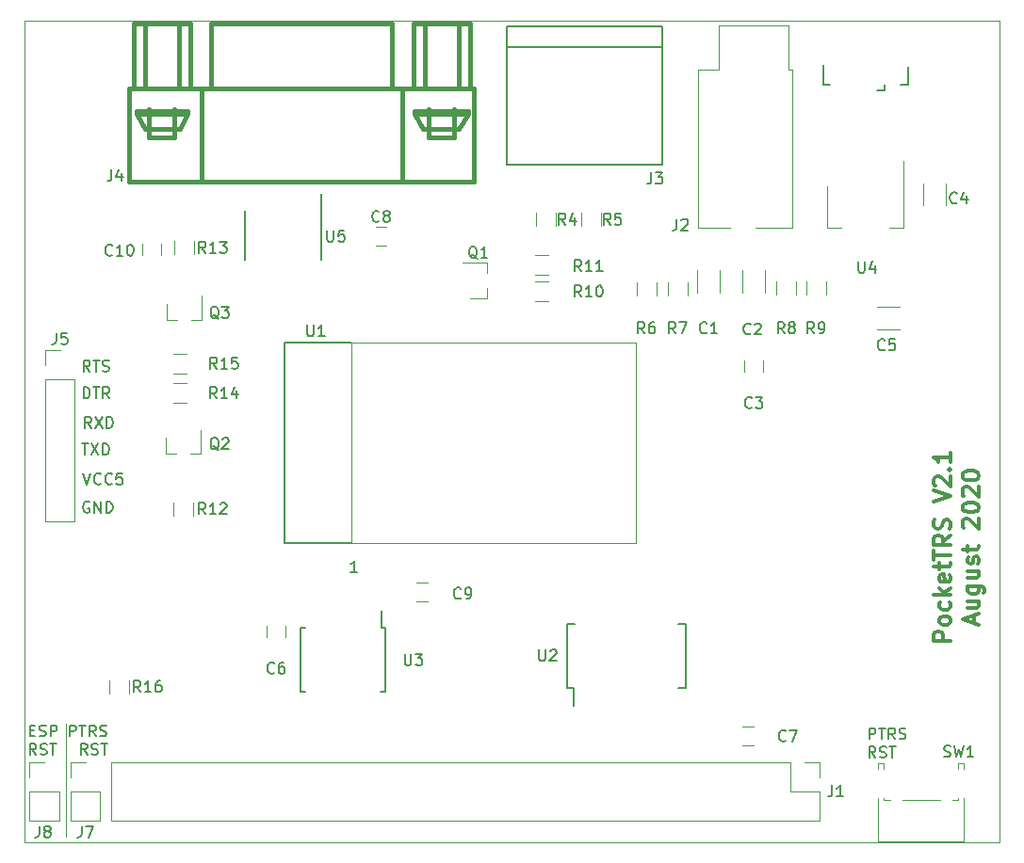
<source format=gbr>
G04 #@! TF.GenerationSoftware,KiCad,Pcbnew,(5.1.5)-3*
G04 #@! TF.CreationDate,2020-08-30T17:46:18+12:00*
G04 #@! TF.ProjectId,PocketTRS,506f636b-6574-4545-9253-2e6b69636164,rev?*
G04 #@! TF.SameCoordinates,Original*
G04 #@! TF.FileFunction,Legend,Top*
G04 #@! TF.FilePolarity,Positive*
%FSLAX46Y46*%
G04 Gerber Fmt 4.6, Leading zero omitted, Abs format (unit mm)*
G04 Created by KiCad (PCBNEW (5.1.5)-3) date 2020-08-30 17:46:18*
%MOMM*%
%LPD*%
G04 APERTURE LIST*
%ADD10C,0.150000*%
%ADD11C,0.050000*%
%ADD12C,0.300000*%
%ADD13C,0.120000*%
%ADD14C,0.381000*%
G04 APERTURE END LIST*
D10*
X194976714Y-111577380D02*
X194405285Y-111577380D01*
X194691000Y-111577380D02*
X194691000Y-110577380D01*
X194595761Y-110720238D01*
X194500523Y-110815476D01*
X194405285Y-110863095D01*
D11*
X252730000Y-64770000D02*
X252730000Y-61976000D01*
X165100000Y-61976000D02*
X165100000Y-64770000D01*
D12*
X248323571Y-117775571D02*
X246823571Y-117775571D01*
X246823571Y-117204142D01*
X246895000Y-117061285D01*
X246966428Y-116989857D01*
X247109285Y-116918428D01*
X247323571Y-116918428D01*
X247466428Y-116989857D01*
X247537857Y-117061285D01*
X247609285Y-117204142D01*
X247609285Y-117775571D01*
X248323571Y-116061285D02*
X248252142Y-116204142D01*
X248180714Y-116275571D01*
X248037857Y-116347000D01*
X247609285Y-116347000D01*
X247466428Y-116275571D01*
X247395000Y-116204142D01*
X247323571Y-116061285D01*
X247323571Y-115847000D01*
X247395000Y-115704142D01*
X247466428Y-115632714D01*
X247609285Y-115561285D01*
X248037857Y-115561285D01*
X248180714Y-115632714D01*
X248252142Y-115704142D01*
X248323571Y-115847000D01*
X248323571Y-116061285D01*
X248252142Y-114275571D02*
X248323571Y-114418428D01*
X248323571Y-114704142D01*
X248252142Y-114847000D01*
X248180714Y-114918428D01*
X248037857Y-114989857D01*
X247609285Y-114989857D01*
X247466428Y-114918428D01*
X247395000Y-114847000D01*
X247323571Y-114704142D01*
X247323571Y-114418428D01*
X247395000Y-114275571D01*
X248323571Y-113632714D02*
X246823571Y-113632714D01*
X247752142Y-113489857D02*
X248323571Y-113061285D01*
X247323571Y-113061285D02*
X247895000Y-113632714D01*
X248252142Y-111847000D02*
X248323571Y-111989857D01*
X248323571Y-112275571D01*
X248252142Y-112418428D01*
X248109285Y-112489857D01*
X247537857Y-112489857D01*
X247395000Y-112418428D01*
X247323571Y-112275571D01*
X247323571Y-111989857D01*
X247395000Y-111847000D01*
X247537857Y-111775571D01*
X247680714Y-111775571D01*
X247823571Y-112489857D01*
X247323571Y-111347000D02*
X247323571Y-110775571D01*
X246823571Y-111132714D02*
X248109285Y-111132714D01*
X248252142Y-111061285D01*
X248323571Y-110918428D01*
X248323571Y-110775571D01*
X246823571Y-110489857D02*
X246823571Y-109632714D01*
X248323571Y-110061285D02*
X246823571Y-110061285D01*
X248323571Y-108275571D02*
X247609285Y-108775571D01*
X248323571Y-109132714D02*
X246823571Y-109132714D01*
X246823571Y-108561285D01*
X246895000Y-108418428D01*
X246966428Y-108347000D01*
X247109285Y-108275571D01*
X247323571Y-108275571D01*
X247466428Y-108347000D01*
X247537857Y-108418428D01*
X247609285Y-108561285D01*
X247609285Y-109132714D01*
X248252142Y-107704142D02*
X248323571Y-107489857D01*
X248323571Y-107132714D01*
X248252142Y-106989857D01*
X248180714Y-106918428D01*
X248037857Y-106847000D01*
X247895000Y-106847000D01*
X247752142Y-106918428D01*
X247680714Y-106989857D01*
X247609285Y-107132714D01*
X247537857Y-107418428D01*
X247466428Y-107561285D01*
X247395000Y-107632714D01*
X247252142Y-107704142D01*
X247109285Y-107704142D01*
X246966428Y-107632714D01*
X246895000Y-107561285D01*
X246823571Y-107418428D01*
X246823571Y-107061285D01*
X246895000Y-106847000D01*
X246823571Y-105275571D02*
X248323571Y-104775571D01*
X246823571Y-104275571D01*
X246966428Y-103847000D02*
X246895000Y-103775571D01*
X246823571Y-103632714D01*
X246823571Y-103275571D01*
X246895000Y-103132714D01*
X246966428Y-103061285D01*
X247109285Y-102989857D01*
X247252142Y-102989857D01*
X247466428Y-103061285D01*
X248323571Y-103918428D01*
X248323571Y-102989857D01*
X248180714Y-102347000D02*
X248252142Y-102275571D01*
X248323571Y-102347000D01*
X248252142Y-102418428D01*
X248180714Y-102347000D01*
X248323571Y-102347000D01*
X248323571Y-100847000D02*
X248323571Y-101704142D01*
X248323571Y-101275571D02*
X246823571Y-101275571D01*
X247037857Y-101418428D01*
X247180714Y-101561285D01*
X247252142Y-101704142D01*
X250445000Y-116204142D02*
X250445000Y-115489857D01*
X250873571Y-116347000D02*
X249373571Y-115847000D01*
X250873571Y-115347000D01*
X249873571Y-114204142D02*
X250873571Y-114204142D01*
X249873571Y-114847000D02*
X250659285Y-114847000D01*
X250802142Y-114775571D01*
X250873571Y-114632714D01*
X250873571Y-114418428D01*
X250802142Y-114275571D01*
X250730714Y-114204142D01*
X249873571Y-112847000D02*
X251087857Y-112847000D01*
X251230714Y-112918428D01*
X251302142Y-112989857D01*
X251373571Y-113132714D01*
X251373571Y-113347000D01*
X251302142Y-113489857D01*
X250802142Y-112847000D02*
X250873571Y-112989857D01*
X250873571Y-113275571D01*
X250802142Y-113418428D01*
X250730714Y-113489857D01*
X250587857Y-113561285D01*
X250159285Y-113561285D01*
X250016428Y-113489857D01*
X249945000Y-113418428D01*
X249873571Y-113275571D01*
X249873571Y-112989857D01*
X249945000Y-112847000D01*
X249873571Y-111489857D02*
X250873571Y-111489857D01*
X249873571Y-112132714D02*
X250659285Y-112132714D01*
X250802142Y-112061285D01*
X250873571Y-111918428D01*
X250873571Y-111704142D01*
X250802142Y-111561285D01*
X250730714Y-111489857D01*
X250802142Y-110847000D02*
X250873571Y-110704142D01*
X250873571Y-110418428D01*
X250802142Y-110275571D01*
X250659285Y-110204142D01*
X250587857Y-110204142D01*
X250445000Y-110275571D01*
X250373571Y-110418428D01*
X250373571Y-110632714D01*
X250302142Y-110775571D01*
X250159285Y-110847000D01*
X250087857Y-110847000D01*
X249945000Y-110775571D01*
X249873571Y-110632714D01*
X249873571Y-110418428D01*
X249945000Y-110275571D01*
X249873571Y-109775571D02*
X249873571Y-109204142D01*
X249373571Y-109561285D02*
X250659285Y-109561285D01*
X250802142Y-109489857D01*
X250873571Y-109347000D01*
X250873571Y-109204142D01*
X249516428Y-107632714D02*
X249445000Y-107561285D01*
X249373571Y-107418428D01*
X249373571Y-107061285D01*
X249445000Y-106918428D01*
X249516428Y-106847000D01*
X249659285Y-106775571D01*
X249802142Y-106775571D01*
X250016428Y-106847000D01*
X250873571Y-107704142D01*
X250873571Y-106775571D01*
X249373571Y-105847000D02*
X249373571Y-105704142D01*
X249445000Y-105561285D01*
X249516428Y-105489857D01*
X249659285Y-105418428D01*
X249945000Y-105347000D01*
X250302142Y-105347000D01*
X250587857Y-105418428D01*
X250730714Y-105489857D01*
X250802142Y-105561285D01*
X250873571Y-105704142D01*
X250873571Y-105847000D01*
X250802142Y-105989857D01*
X250730714Y-106061285D01*
X250587857Y-106132714D01*
X250302142Y-106204142D01*
X249945000Y-106204142D01*
X249659285Y-106132714D01*
X249516428Y-106061285D01*
X249445000Y-105989857D01*
X249373571Y-105847000D01*
X249516428Y-104775571D02*
X249445000Y-104704142D01*
X249373571Y-104561285D01*
X249373571Y-104204142D01*
X249445000Y-104061285D01*
X249516428Y-103989857D01*
X249659285Y-103918428D01*
X249802142Y-103918428D01*
X250016428Y-103989857D01*
X250873571Y-104847000D01*
X250873571Y-103918428D01*
X249373571Y-102989857D02*
X249373571Y-102847000D01*
X249445000Y-102704142D01*
X249516428Y-102632714D01*
X249659285Y-102561285D01*
X249945000Y-102489857D01*
X250302142Y-102489857D01*
X250587857Y-102561285D01*
X250730714Y-102632714D01*
X250802142Y-102704142D01*
X250873571Y-102847000D01*
X250873571Y-102989857D01*
X250802142Y-103132714D01*
X250730714Y-103204142D01*
X250587857Y-103275571D01*
X250302142Y-103347000D01*
X249945000Y-103347000D01*
X249659285Y-103275571D01*
X249516428Y-103204142D01*
X249445000Y-103132714D01*
X249373571Y-102989857D01*
D11*
X252730000Y-135890000D02*
X165100000Y-135890000D01*
X252730000Y-64770000D02*
X252730000Y-135890000D01*
D10*
X170372738Y-102703380D02*
X170706071Y-103703380D01*
X171039404Y-102703380D01*
X171944166Y-103608142D02*
X171896547Y-103655761D01*
X171753690Y-103703380D01*
X171658452Y-103703380D01*
X171515595Y-103655761D01*
X171420357Y-103560523D01*
X171372738Y-103465285D01*
X171325119Y-103274809D01*
X171325119Y-103131952D01*
X171372738Y-102941476D01*
X171420357Y-102846238D01*
X171515595Y-102751000D01*
X171658452Y-102703380D01*
X171753690Y-102703380D01*
X171896547Y-102751000D01*
X171944166Y-102798619D01*
X172944166Y-103608142D02*
X172896547Y-103655761D01*
X172753690Y-103703380D01*
X172658452Y-103703380D01*
X172515595Y-103655761D01*
X172420357Y-103560523D01*
X172372738Y-103465285D01*
X172325119Y-103274809D01*
X172325119Y-103131952D01*
X172372738Y-102941476D01*
X172420357Y-102846238D01*
X172515595Y-102751000D01*
X172658452Y-102703380D01*
X172753690Y-102703380D01*
X172896547Y-102751000D01*
X172944166Y-102798619D01*
X173848928Y-102703380D02*
X173372738Y-102703380D01*
X173325119Y-103179571D01*
X173372738Y-103131952D01*
X173467976Y-103084333D01*
X173706071Y-103084333D01*
X173801309Y-103131952D01*
X173848928Y-103179571D01*
X173896547Y-103274809D01*
X173896547Y-103512904D01*
X173848928Y-103608142D01*
X173801309Y-103655761D01*
X173706071Y-103703380D01*
X173467976Y-103703380D01*
X173372738Y-103655761D01*
X173325119Y-103608142D01*
X170245738Y-100036380D02*
X170817166Y-100036380D01*
X170531452Y-101036380D02*
X170531452Y-100036380D01*
X171055261Y-100036380D02*
X171721928Y-101036380D01*
X171721928Y-100036380D02*
X171055261Y-101036380D01*
X172102880Y-101036380D02*
X172102880Y-100036380D01*
X172340976Y-100036380D01*
X172483833Y-100084000D01*
X172579071Y-100179238D01*
X172626690Y-100274476D01*
X172674309Y-100464952D01*
X172674309Y-100607809D01*
X172626690Y-100798285D01*
X172579071Y-100893523D01*
X172483833Y-100988761D01*
X172340976Y-101036380D01*
X172102880Y-101036380D01*
X171087023Y-98623380D02*
X170753690Y-98147190D01*
X170515595Y-98623380D02*
X170515595Y-97623380D01*
X170896547Y-97623380D01*
X170991785Y-97671000D01*
X171039404Y-97718619D01*
X171087023Y-97813857D01*
X171087023Y-97956714D01*
X171039404Y-98051952D01*
X170991785Y-98099571D01*
X170896547Y-98147190D01*
X170515595Y-98147190D01*
X171420357Y-97623380D02*
X172087023Y-98623380D01*
X172087023Y-97623380D02*
X171420357Y-98623380D01*
X172467976Y-98623380D02*
X172467976Y-97623380D01*
X172706071Y-97623380D01*
X172848928Y-97671000D01*
X172944166Y-97766238D01*
X172991785Y-97861476D01*
X173039404Y-98051952D01*
X173039404Y-98194809D01*
X172991785Y-98385285D01*
X172944166Y-98480523D01*
X172848928Y-98575761D01*
X172706071Y-98623380D01*
X172467976Y-98623380D01*
X170912404Y-105291000D02*
X170817166Y-105243380D01*
X170674309Y-105243380D01*
X170531452Y-105291000D01*
X170436214Y-105386238D01*
X170388595Y-105481476D01*
X170340976Y-105671952D01*
X170340976Y-105814809D01*
X170388595Y-106005285D01*
X170436214Y-106100523D01*
X170531452Y-106195761D01*
X170674309Y-106243380D01*
X170769547Y-106243380D01*
X170912404Y-106195761D01*
X170960023Y-106148142D01*
X170960023Y-105814809D01*
X170769547Y-105814809D01*
X171388595Y-106243380D02*
X171388595Y-105243380D01*
X171960023Y-106243380D01*
X171960023Y-105243380D01*
X172436214Y-106243380D02*
X172436214Y-105243380D01*
X172674309Y-105243380D01*
X172817166Y-105291000D01*
X172912404Y-105386238D01*
X172960023Y-105481476D01*
X173007642Y-105671952D01*
X173007642Y-105814809D01*
X172960023Y-106005285D01*
X172912404Y-106100523D01*
X172817166Y-106195761D01*
X172674309Y-106243380D01*
X172436214Y-106243380D01*
X170388595Y-95956380D02*
X170388595Y-94956380D01*
X170626690Y-94956380D01*
X170769547Y-95004000D01*
X170864785Y-95099238D01*
X170912404Y-95194476D01*
X170960023Y-95384952D01*
X170960023Y-95527809D01*
X170912404Y-95718285D01*
X170864785Y-95813523D01*
X170769547Y-95908761D01*
X170626690Y-95956380D01*
X170388595Y-95956380D01*
X171245738Y-94956380D02*
X171817166Y-94956380D01*
X171531452Y-95956380D02*
X171531452Y-94956380D01*
X172721928Y-95956380D02*
X172388595Y-95480190D01*
X172150500Y-95956380D02*
X172150500Y-94956380D01*
X172531452Y-94956380D01*
X172626690Y-95004000D01*
X172674309Y-95051619D01*
X172721928Y-95146857D01*
X172721928Y-95289714D01*
X172674309Y-95384952D01*
X172626690Y-95432571D01*
X172531452Y-95480190D01*
X172150500Y-95480190D01*
X170960023Y-93543380D02*
X170626690Y-93067190D01*
X170388595Y-93543380D02*
X170388595Y-92543380D01*
X170769547Y-92543380D01*
X170864785Y-92591000D01*
X170912404Y-92638619D01*
X170960023Y-92733857D01*
X170960023Y-92876714D01*
X170912404Y-92971952D01*
X170864785Y-93019571D01*
X170769547Y-93067190D01*
X170388595Y-93067190D01*
X171245738Y-92543380D02*
X171817166Y-92543380D01*
X171531452Y-93543380D02*
X171531452Y-92543380D01*
X172102880Y-93495761D02*
X172245738Y-93543380D01*
X172483833Y-93543380D01*
X172579071Y-93495761D01*
X172626690Y-93448142D01*
X172674309Y-93352904D01*
X172674309Y-93257666D01*
X172626690Y-93162428D01*
X172579071Y-93114809D01*
X172483833Y-93067190D01*
X172293357Y-93019571D01*
X172198119Y-92971952D01*
X172150500Y-92924333D01*
X172102880Y-92829095D01*
X172102880Y-92733857D01*
X172150500Y-92638619D01*
X172198119Y-92591000D01*
X172293357Y-92543380D01*
X172531452Y-92543380D01*
X172674309Y-92591000D01*
D13*
X168783000Y-125222000D02*
X168783000Y-135382000D01*
D10*
X169146309Y-126373380D02*
X169146309Y-125373380D01*
X169527261Y-125373380D01*
X169622500Y-125421000D01*
X169670119Y-125468619D01*
X169717738Y-125563857D01*
X169717738Y-125706714D01*
X169670119Y-125801952D01*
X169622500Y-125849571D01*
X169527261Y-125897190D01*
X169146309Y-125897190D01*
X170003452Y-125373380D02*
X170574880Y-125373380D01*
X170289166Y-126373380D02*
X170289166Y-125373380D01*
X171479642Y-126373380D02*
X171146309Y-125897190D01*
X170908214Y-126373380D02*
X170908214Y-125373380D01*
X171289166Y-125373380D01*
X171384404Y-125421000D01*
X171432023Y-125468619D01*
X171479642Y-125563857D01*
X171479642Y-125706714D01*
X171432023Y-125801952D01*
X171384404Y-125849571D01*
X171289166Y-125897190D01*
X170908214Y-125897190D01*
X171860595Y-126325761D02*
X172003452Y-126373380D01*
X172241547Y-126373380D01*
X172336785Y-126325761D01*
X172384404Y-126278142D01*
X172432023Y-126182904D01*
X172432023Y-126087666D01*
X172384404Y-125992428D01*
X172336785Y-125944809D01*
X172241547Y-125897190D01*
X172051071Y-125849571D01*
X171955833Y-125801952D01*
X171908214Y-125754333D01*
X171860595Y-125659095D01*
X171860595Y-125563857D01*
X171908214Y-125468619D01*
X171955833Y-125421000D01*
X172051071Y-125373380D01*
X172289166Y-125373380D01*
X172432023Y-125421000D01*
X170717738Y-128023380D02*
X170384404Y-127547190D01*
X170146309Y-128023380D02*
X170146309Y-127023380D01*
X170527261Y-127023380D01*
X170622500Y-127071000D01*
X170670119Y-127118619D01*
X170717738Y-127213857D01*
X170717738Y-127356714D01*
X170670119Y-127451952D01*
X170622500Y-127499571D01*
X170527261Y-127547190D01*
X170146309Y-127547190D01*
X171098690Y-127975761D02*
X171241547Y-128023380D01*
X171479642Y-128023380D01*
X171574880Y-127975761D01*
X171622500Y-127928142D01*
X171670119Y-127832904D01*
X171670119Y-127737666D01*
X171622500Y-127642428D01*
X171574880Y-127594809D01*
X171479642Y-127547190D01*
X171289166Y-127499571D01*
X171193928Y-127451952D01*
X171146309Y-127404333D01*
X171098690Y-127309095D01*
X171098690Y-127213857D01*
X171146309Y-127118619D01*
X171193928Y-127071000D01*
X171289166Y-127023380D01*
X171527261Y-127023380D01*
X171670119Y-127071000D01*
X171955833Y-127023380D02*
X172527261Y-127023380D01*
X172241547Y-128023380D02*
X172241547Y-127023380D01*
X165562595Y-125849571D02*
X165895928Y-125849571D01*
X166038785Y-126373380D02*
X165562595Y-126373380D01*
X165562595Y-125373380D01*
X166038785Y-125373380D01*
X166419738Y-126325761D02*
X166562595Y-126373380D01*
X166800690Y-126373380D01*
X166895928Y-126325761D01*
X166943547Y-126278142D01*
X166991166Y-126182904D01*
X166991166Y-126087666D01*
X166943547Y-125992428D01*
X166895928Y-125944809D01*
X166800690Y-125897190D01*
X166610214Y-125849571D01*
X166514976Y-125801952D01*
X166467357Y-125754333D01*
X166419738Y-125659095D01*
X166419738Y-125563857D01*
X166467357Y-125468619D01*
X166514976Y-125421000D01*
X166610214Y-125373380D01*
X166848309Y-125373380D01*
X166991166Y-125421000D01*
X167419738Y-126373380D02*
X167419738Y-125373380D01*
X167800690Y-125373380D01*
X167895928Y-125421000D01*
X167943547Y-125468619D01*
X167991166Y-125563857D01*
X167991166Y-125706714D01*
X167943547Y-125801952D01*
X167895928Y-125849571D01*
X167800690Y-125897190D01*
X167419738Y-125897190D01*
X166134023Y-128023380D02*
X165800690Y-127547190D01*
X165562595Y-128023380D02*
X165562595Y-127023380D01*
X165943547Y-127023380D01*
X166038785Y-127071000D01*
X166086404Y-127118619D01*
X166134023Y-127213857D01*
X166134023Y-127356714D01*
X166086404Y-127451952D01*
X166038785Y-127499571D01*
X165943547Y-127547190D01*
X165562595Y-127547190D01*
X166514976Y-127975761D02*
X166657833Y-128023380D01*
X166895928Y-128023380D01*
X166991166Y-127975761D01*
X167038785Y-127928142D01*
X167086404Y-127832904D01*
X167086404Y-127737666D01*
X167038785Y-127642428D01*
X166991166Y-127594809D01*
X166895928Y-127547190D01*
X166705452Y-127499571D01*
X166610214Y-127451952D01*
X166562595Y-127404333D01*
X166514976Y-127309095D01*
X166514976Y-127213857D01*
X166562595Y-127118619D01*
X166610214Y-127071000D01*
X166705452Y-127023380D01*
X166943547Y-127023380D01*
X167086404Y-127071000D01*
X167372119Y-127023380D02*
X167943547Y-127023380D01*
X167657833Y-128023380D02*
X167657833Y-127023380D01*
X241000595Y-126627380D02*
X241000595Y-125627380D01*
X241381547Y-125627380D01*
X241476785Y-125675000D01*
X241524404Y-125722619D01*
X241572023Y-125817857D01*
X241572023Y-125960714D01*
X241524404Y-126055952D01*
X241476785Y-126103571D01*
X241381547Y-126151190D01*
X241000595Y-126151190D01*
X241857738Y-125627380D02*
X242429166Y-125627380D01*
X242143452Y-126627380D02*
X242143452Y-125627380D01*
X243333928Y-126627380D02*
X243000595Y-126151190D01*
X242762500Y-126627380D02*
X242762500Y-125627380D01*
X243143452Y-125627380D01*
X243238690Y-125675000D01*
X243286309Y-125722619D01*
X243333928Y-125817857D01*
X243333928Y-125960714D01*
X243286309Y-126055952D01*
X243238690Y-126103571D01*
X243143452Y-126151190D01*
X242762500Y-126151190D01*
X243714880Y-126579761D02*
X243857738Y-126627380D01*
X244095833Y-126627380D01*
X244191071Y-126579761D01*
X244238690Y-126532142D01*
X244286309Y-126436904D01*
X244286309Y-126341666D01*
X244238690Y-126246428D01*
X244191071Y-126198809D01*
X244095833Y-126151190D01*
X243905357Y-126103571D01*
X243810119Y-126055952D01*
X243762500Y-126008333D01*
X243714880Y-125913095D01*
X243714880Y-125817857D01*
X243762500Y-125722619D01*
X243810119Y-125675000D01*
X243905357Y-125627380D01*
X244143452Y-125627380D01*
X244286309Y-125675000D01*
X241572023Y-128277380D02*
X241238690Y-127801190D01*
X241000595Y-128277380D02*
X241000595Y-127277380D01*
X241381547Y-127277380D01*
X241476785Y-127325000D01*
X241524404Y-127372619D01*
X241572023Y-127467857D01*
X241572023Y-127610714D01*
X241524404Y-127705952D01*
X241476785Y-127753571D01*
X241381547Y-127801190D01*
X241000595Y-127801190D01*
X241952976Y-128229761D02*
X242095833Y-128277380D01*
X242333928Y-128277380D01*
X242429166Y-128229761D01*
X242476785Y-128182142D01*
X242524404Y-128086904D01*
X242524404Y-127991666D01*
X242476785Y-127896428D01*
X242429166Y-127848809D01*
X242333928Y-127801190D01*
X242143452Y-127753571D01*
X242048214Y-127705952D01*
X242000595Y-127658333D01*
X241952976Y-127563095D01*
X241952976Y-127467857D01*
X242000595Y-127372619D01*
X242048214Y-127325000D01*
X242143452Y-127277380D01*
X242381547Y-127277380D01*
X242524404Y-127325000D01*
X242810119Y-127277380D02*
X243381547Y-127277380D01*
X243095833Y-128277380D02*
X243095833Y-127277380D01*
D11*
X165100000Y-135890000D02*
X165100000Y-64770000D01*
X165100000Y-61976000D02*
X252730000Y-61976000D01*
D14*
X205486000Y-68072000D02*
X174498000Y-68072000D01*
X181864000Y-62230000D02*
X181864000Y-68072000D01*
X198120000Y-62230000D02*
X181864000Y-62230000D01*
X198120000Y-68072000D02*
X198120000Y-62230000D01*
X205105000Y-62230000D02*
X200025000Y-62230000D01*
X205105000Y-68072000D02*
X205105000Y-62230000D01*
X174879000Y-62230000D02*
X174879000Y-67945000D01*
X179959000Y-62230000D02*
X174879000Y-62230000D01*
X179959000Y-68072000D02*
X179959000Y-62230000D01*
X178943000Y-68072000D02*
X178943000Y-62230000D01*
X175895000Y-68072000D02*
X175895000Y-62230000D01*
X204089000Y-68072000D02*
X204089000Y-62230000D01*
X201041000Y-68072000D02*
X201041000Y-62230000D01*
X201422000Y-72517000D02*
X201422000Y-69977000D01*
X203708000Y-72517000D02*
X201422000Y-72517000D01*
X203708000Y-69977000D02*
X203708000Y-72517000D01*
X176276000Y-72517000D02*
X176276000Y-69977000D01*
X178562000Y-72517000D02*
X176276000Y-72517000D01*
X178562000Y-69977000D02*
X178562000Y-72517000D01*
X200152000Y-70104000D02*
X200152000Y-70358000D01*
X204978000Y-70104000D02*
X200152000Y-70104000D01*
X204978000Y-70358000D02*
X204978000Y-70104000D01*
X200152000Y-70358000D02*
X204978000Y-70358000D01*
X175133000Y-70104000D02*
X175133000Y-70358000D01*
X179705000Y-70104000D02*
X175133000Y-70104000D01*
X179705000Y-70358000D02*
X179705000Y-70104000D01*
X175133000Y-70358000D02*
X179705000Y-70358000D01*
X204089000Y-71755000D02*
X200914000Y-71755000D01*
X179070000Y-71755000D02*
X175895000Y-71755000D01*
X179070000Y-71755000D02*
X179705000Y-70358000D01*
X175895000Y-71755000D02*
X175133000Y-70358000D01*
X180975000Y-68097400D02*
X180975000Y-76454000D01*
X174498000Y-76454000D02*
X205486000Y-76454000D01*
X174498000Y-76454000D02*
X174498000Y-68072000D01*
X205486000Y-68072000D02*
X205486000Y-76454000D01*
X199009000Y-76454000D02*
X199009000Y-68097400D01*
X204089000Y-71755000D02*
X204978000Y-70358000D01*
X200914000Y-71755000D02*
X200152000Y-70358000D01*
X200025000Y-68072000D02*
X200025000Y-62230000D01*
D10*
X244465000Y-67770000D02*
X243865000Y-67770000D01*
X244465000Y-66170000D02*
X244465000Y-67770000D01*
X236865000Y-67770000D02*
X237465000Y-67770000D01*
X236865000Y-65970000D02*
X236865000Y-67770000D01*
X242365000Y-68270000D02*
X242365000Y-67770000D01*
X241665000Y-68270000D02*
X242365000Y-68270000D01*
X188468000Y-90932000D02*
X188468000Y-108966000D01*
X194437000Y-90932000D02*
X188468000Y-90932000D01*
X194437000Y-108966000D02*
X188468000Y-108966000D01*
D11*
X220022000Y-108949000D02*
X194492000Y-108949000D01*
X194492000Y-108949000D02*
X194492000Y-90949000D01*
X194492000Y-90949000D02*
X220022000Y-90949000D01*
X220022000Y-90949000D02*
X220022000Y-108949000D01*
D13*
X236534000Y-128718000D02*
X236534000Y-130048000D01*
X235204000Y-128718000D02*
X236534000Y-128718000D01*
X236534000Y-131318000D02*
X236534000Y-133918000D01*
X233934000Y-131318000D02*
X236534000Y-131318000D01*
X233934000Y-128718000D02*
X233934000Y-131318000D01*
X236534000Y-133918000D02*
X172914000Y-133918000D01*
X233934000Y-128718000D02*
X172914000Y-128718000D01*
X172914000Y-128718000D02*
X172914000Y-133918000D01*
X166945000Y-91634000D02*
X168275000Y-91634000D01*
X166945000Y-92964000D02*
X166945000Y-91634000D01*
X166945000Y-94234000D02*
X169605000Y-94234000D01*
X169605000Y-94234000D02*
X169605000Y-106994000D01*
X166945000Y-94234000D02*
X166945000Y-106994000D01*
X166945000Y-106994000D02*
X169605000Y-106994000D01*
X169231000Y-128718000D02*
X170561000Y-128718000D01*
X169231000Y-130048000D02*
X169231000Y-128718000D01*
X169231000Y-131318000D02*
X171891000Y-131318000D01*
X171891000Y-131318000D02*
X171891000Y-133918000D01*
X169231000Y-131318000D02*
X169231000Y-133918000D01*
X169231000Y-133918000D02*
X171891000Y-133918000D01*
X165548000Y-133918000D02*
X168208000Y-133918000D01*
X165548000Y-131318000D02*
X165548000Y-133918000D01*
X168208000Y-131318000D02*
X168208000Y-133918000D01*
X165548000Y-131318000D02*
X168208000Y-131318000D01*
X165548000Y-130048000D02*
X165548000Y-128718000D01*
X165548000Y-128718000D02*
X166878000Y-128718000D01*
X244075000Y-74640000D02*
X244075000Y-80650000D01*
X237255000Y-76890000D02*
X237255000Y-80650000D01*
X244075000Y-80650000D02*
X242815000Y-80650000D01*
X237255000Y-80650000D02*
X238515000Y-80650000D01*
X247354000Y-132126000D02*
X243954000Y-132126000D01*
X248994000Y-132126000D02*
X248454000Y-132126000D01*
X241794000Y-129296000D02*
X241794000Y-128786000D01*
X242314000Y-128786000D02*
X241794000Y-128786000D01*
X242314000Y-129296000D02*
X242314000Y-128786000D01*
X242854000Y-132126000D02*
X242314000Y-132126000D01*
X249514000Y-129296000D02*
X249514000Y-128786000D01*
X248994000Y-129296000D02*
X248994000Y-128786000D01*
X242314000Y-132126000D02*
X242314000Y-131896000D01*
X249514000Y-135796000D02*
X249514000Y-131896000D01*
X249514000Y-128786000D02*
X248994000Y-128786000D01*
X241794000Y-135796000D02*
X241794000Y-131896000D01*
X249514000Y-135796000D02*
X241794000Y-135796000D01*
X248994000Y-132126000D02*
X248994000Y-131896000D01*
X228493000Y-80611000D02*
X225623000Y-80611000D01*
X225623000Y-80611000D02*
X225623000Y-66371000D01*
X225623000Y-66371000D02*
X227523000Y-66371000D01*
X227523000Y-66371000D02*
X227523000Y-62371000D01*
X227523000Y-62371000D02*
X233763000Y-62371000D01*
X233763000Y-62371000D02*
X233763000Y-66371000D01*
X233763000Y-66371000D02*
X234063000Y-66371000D01*
X234063000Y-66371000D02*
X234063000Y-80611000D01*
X234063000Y-80611000D02*
X230743000Y-80611000D01*
D10*
X208392000Y-62457000D02*
X208392000Y-74957000D01*
X208392000Y-74957000D02*
X222392000Y-74957000D01*
X222392000Y-74957000D02*
X222392000Y-62457000D01*
X222392000Y-62457000D02*
X208392000Y-62457000D01*
X208392000Y-64357000D02*
X222392000Y-64357000D01*
D13*
X225548000Y-84439000D02*
X225548000Y-86439000D01*
X227588000Y-86439000D02*
X227588000Y-84439000D01*
X229612000Y-84439000D02*
X229612000Y-86439000D01*
X231652000Y-86439000D02*
X231652000Y-84439000D01*
X231482000Y-93591000D02*
X231482000Y-92591000D01*
X229782000Y-92591000D02*
X229782000Y-93591000D01*
X245868000Y-76597000D02*
X245868000Y-78597000D01*
X247908000Y-78597000D02*
X247908000Y-76597000D01*
X241729000Y-89793000D02*
X243729000Y-89793000D01*
X243729000Y-87753000D02*
X241729000Y-87753000D01*
X186856000Y-116467000D02*
X186856000Y-117467000D01*
X188556000Y-117467000D02*
X188556000Y-116467000D01*
X229624000Y-127215000D02*
X230624000Y-127215000D01*
X230624000Y-125515000D02*
X229624000Y-125515000D01*
X197624000Y-80557000D02*
X196624000Y-80557000D01*
X196624000Y-82257000D02*
X197624000Y-82257000D01*
X200287000Y-114261000D02*
X201287000Y-114261000D01*
X201287000Y-112561000D02*
X200287000Y-112561000D01*
X177380000Y-83050000D02*
X177380000Y-82050000D01*
X175680000Y-82050000D02*
X175680000Y-83050000D01*
X211083000Y-80483000D02*
X211083000Y-79283000D01*
X212843000Y-79283000D02*
X212843000Y-80483000D01*
X216907000Y-79283000D02*
X216907000Y-80483000D01*
X215147000Y-80483000D02*
X215147000Y-79283000D01*
X221860000Y-85506000D02*
X221860000Y-86706000D01*
X220100000Y-86706000D02*
X220100000Y-85506000D01*
X224654000Y-85506000D02*
X224654000Y-86706000D01*
X222894000Y-86706000D02*
X222894000Y-85506000D01*
X234433000Y-85459000D02*
X234433000Y-86659000D01*
X232673000Y-86659000D02*
X232673000Y-85459000D01*
X235340000Y-86659000D02*
X235340000Y-85459000D01*
X237100000Y-85459000D02*
X237100000Y-86659000D01*
X212182000Y-87240000D02*
X210982000Y-87240000D01*
X210982000Y-85480000D02*
X212182000Y-85480000D01*
X210982000Y-83067000D02*
X212182000Y-83067000D01*
X212182000Y-84827000D02*
X210982000Y-84827000D01*
X178444000Y-106518000D02*
X178444000Y-105318000D01*
X180204000Y-105318000D02*
X180204000Y-106518000D01*
X180331000Y-81823000D02*
X180331000Y-83023000D01*
X178571000Y-83023000D02*
X178571000Y-81823000D01*
X178423000Y-94624000D02*
X179623000Y-94624000D01*
X179623000Y-96384000D02*
X178423000Y-96384000D01*
X178423000Y-91957000D02*
X179623000Y-91957000D01*
X179623000Y-93717000D02*
X178423000Y-93717000D01*
X174489000Y-121320000D02*
X174489000Y-122520000D01*
X172729000Y-122520000D02*
X172729000Y-121320000D01*
D10*
X214452000Y-122001000D02*
X214452000Y-123601000D01*
X224527000Y-122001000D02*
X224527000Y-116251000D01*
X213877000Y-122001000D02*
X213877000Y-116251000D01*
X224527000Y-122001000D02*
X223877000Y-122001000D01*
X224527000Y-116251000D02*
X223877000Y-116251000D01*
X213877000Y-116251000D02*
X214527000Y-116251000D01*
X213877000Y-122001000D02*
X214452000Y-122001000D01*
X191791000Y-77530000D02*
X191791000Y-83505000D01*
X184891000Y-79055000D02*
X184891000Y-83505000D01*
D13*
X206627000Y-86924000D02*
X205167000Y-86924000D01*
X206627000Y-83764000D02*
X204467000Y-83764000D01*
X206627000Y-83764000D02*
X206627000Y-84694000D01*
X206627000Y-86924000D02*
X206627000Y-85994000D01*
X177744000Y-100963000D02*
X178674000Y-100963000D01*
X180904000Y-100963000D02*
X179974000Y-100963000D01*
X180904000Y-100963000D02*
X180904000Y-98803000D01*
X177744000Y-100963000D02*
X177744000Y-99503000D01*
X177871000Y-88898000D02*
X177871000Y-87438000D01*
X181031000Y-88898000D02*
X181031000Y-86738000D01*
X181031000Y-88898000D02*
X180101000Y-88898000D01*
X177871000Y-88898000D02*
X178801000Y-88898000D01*
D10*
X197150000Y-116632000D02*
X197150000Y-115032000D01*
X189850000Y-116632000D02*
X189850000Y-122382000D01*
X197500000Y-116632000D02*
X197500000Y-122382000D01*
X189850000Y-116632000D02*
X190300000Y-116632000D01*
X189850000Y-122382000D02*
X190300000Y-122382000D01*
X197500000Y-122382000D02*
X197050000Y-122382000D01*
X197500000Y-116632000D02*
X197150000Y-116632000D01*
X172894666Y-75398380D02*
X172894666Y-76112666D01*
X172847047Y-76255523D01*
X172751809Y-76350761D01*
X172608952Y-76398380D01*
X172513714Y-76398380D01*
X173799428Y-75731714D02*
X173799428Y-76398380D01*
X173561333Y-75350761D02*
X173323238Y-76065047D01*
X173942285Y-76065047D01*
X190500095Y-89368380D02*
X190500095Y-90177904D01*
X190547714Y-90273142D01*
X190595333Y-90320761D01*
X190690571Y-90368380D01*
X190881047Y-90368380D01*
X190976285Y-90320761D01*
X191023904Y-90273142D01*
X191071523Y-90177904D01*
X191071523Y-89368380D01*
X192071523Y-90368380D02*
X191500095Y-90368380D01*
X191785809Y-90368380D02*
X191785809Y-89368380D01*
X191690571Y-89511238D01*
X191595333Y-89606476D01*
X191500095Y-89654095D01*
X237664666Y-130770380D02*
X237664666Y-131484666D01*
X237617047Y-131627523D01*
X237521809Y-131722761D01*
X237378952Y-131770380D01*
X237283714Y-131770380D01*
X238664666Y-131770380D02*
X238093238Y-131770380D01*
X238378952Y-131770380D02*
X238378952Y-130770380D01*
X238283714Y-130913238D01*
X238188476Y-131008476D01*
X238093238Y-131056095D01*
X167941666Y-90086380D02*
X167941666Y-90800666D01*
X167894047Y-90943523D01*
X167798809Y-91038761D01*
X167655952Y-91086380D01*
X167560714Y-91086380D01*
X168894047Y-90086380D02*
X168417857Y-90086380D01*
X168370238Y-90562571D01*
X168417857Y-90514952D01*
X168513095Y-90467333D01*
X168751190Y-90467333D01*
X168846428Y-90514952D01*
X168894047Y-90562571D01*
X168941666Y-90657809D01*
X168941666Y-90895904D01*
X168894047Y-90991142D01*
X168846428Y-91038761D01*
X168751190Y-91086380D01*
X168513095Y-91086380D01*
X168417857Y-91038761D01*
X168370238Y-90991142D01*
X170227666Y-134453380D02*
X170227666Y-135167666D01*
X170180047Y-135310523D01*
X170084809Y-135405761D01*
X169941952Y-135453380D01*
X169846714Y-135453380D01*
X170608619Y-134453380D02*
X171275285Y-134453380D01*
X170846714Y-135453380D01*
X166417666Y-134453380D02*
X166417666Y-135167666D01*
X166370047Y-135310523D01*
X166274809Y-135405761D01*
X166131952Y-135453380D01*
X166036714Y-135453380D01*
X167036714Y-134881952D02*
X166941476Y-134834333D01*
X166893857Y-134786714D01*
X166846238Y-134691476D01*
X166846238Y-134643857D01*
X166893857Y-134548619D01*
X166941476Y-134501000D01*
X167036714Y-134453380D01*
X167227190Y-134453380D01*
X167322428Y-134501000D01*
X167370047Y-134548619D01*
X167417666Y-134643857D01*
X167417666Y-134691476D01*
X167370047Y-134786714D01*
X167322428Y-134834333D01*
X167227190Y-134881952D01*
X167036714Y-134881952D01*
X166941476Y-134929571D01*
X166893857Y-134977190D01*
X166846238Y-135072428D01*
X166846238Y-135262904D01*
X166893857Y-135358142D01*
X166941476Y-135405761D01*
X167036714Y-135453380D01*
X167227190Y-135453380D01*
X167322428Y-135405761D01*
X167370047Y-135358142D01*
X167417666Y-135262904D01*
X167417666Y-135072428D01*
X167370047Y-134977190D01*
X167322428Y-134929571D01*
X167227190Y-134881952D01*
X240030095Y-83653380D02*
X240030095Y-84462904D01*
X240077714Y-84558142D01*
X240125333Y-84605761D01*
X240220571Y-84653380D01*
X240411047Y-84653380D01*
X240506285Y-84605761D01*
X240553904Y-84558142D01*
X240601523Y-84462904D01*
X240601523Y-83653380D01*
X241506285Y-83986714D02*
X241506285Y-84653380D01*
X241268190Y-83605761D02*
X241030095Y-84320047D01*
X241649142Y-84320047D01*
X247713666Y-128166761D02*
X247856523Y-128214380D01*
X248094619Y-128214380D01*
X248189857Y-128166761D01*
X248237476Y-128119142D01*
X248285095Y-128023904D01*
X248285095Y-127928666D01*
X248237476Y-127833428D01*
X248189857Y-127785809D01*
X248094619Y-127738190D01*
X247904142Y-127690571D01*
X247808904Y-127642952D01*
X247761285Y-127595333D01*
X247713666Y-127500095D01*
X247713666Y-127404857D01*
X247761285Y-127309619D01*
X247808904Y-127262000D01*
X247904142Y-127214380D01*
X248142238Y-127214380D01*
X248285095Y-127262000D01*
X248618428Y-127214380D02*
X248856523Y-128214380D01*
X249047000Y-127500095D01*
X249237476Y-128214380D01*
X249475571Y-127214380D01*
X250380333Y-128214380D02*
X249808904Y-128214380D01*
X250094619Y-128214380D02*
X250094619Y-127214380D01*
X249999380Y-127357238D01*
X249904142Y-127452476D01*
X249808904Y-127500095D01*
X223694666Y-79843380D02*
X223694666Y-80557666D01*
X223647047Y-80700523D01*
X223551809Y-80795761D01*
X223408952Y-80843380D01*
X223313714Y-80843380D01*
X224123238Y-79938619D02*
X224170857Y-79891000D01*
X224266095Y-79843380D01*
X224504190Y-79843380D01*
X224599428Y-79891000D01*
X224647047Y-79938619D01*
X224694666Y-80033857D01*
X224694666Y-80129095D01*
X224647047Y-80271952D01*
X224075619Y-80843380D01*
X224694666Y-80843380D01*
X221408666Y-75652380D02*
X221408666Y-76366666D01*
X221361047Y-76509523D01*
X221265809Y-76604761D01*
X221122952Y-76652380D01*
X221027714Y-76652380D01*
X221789619Y-75652380D02*
X222408666Y-75652380D01*
X222075333Y-76033333D01*
X222218190Y-76033333D01*
X222313428Y-76080952D01*
X222361047Y-76128571D01*
X222408666Y-76223809D01*
X222408666Y-76461904D01*
X222361047Y-76557142D01*
X222313428Y-76604761D01*
X222218190Y-76652380D01*
X221932476Y-76652380D01*
X221837238Y-76604761D01*
X221789619Y-76557142D01*
X226401333Y-90019142D02*
X226353714Y-90066761D01*
X226210857Y-90114380D01*
X226115619Y-90114380D01*
X225972761Y-90066761D01*
X225877523Y-89971523D01*
X225829904Y-89876285D01*
X225782285Y-89685809D01*
X225782285Y-89542952D01*
X225829904Y-89352476D01*
X225877523Y-89257238D01*
X225972761Y-89162000D01*
X226115619Y-89114380D01*
X226210857Y-89114380D01*
X226353714Y-89162000D01*
X226401333Y-89209619D01*
X227353714Y-90114380D02*
X226782285Y-90114380D01*
X227068000Y-90114380D02*
X227068000Y-89114380D01*
X226972761Y-89257238D01*
X226877523Y-89352476D01*
X226782285Y-89400095D01*
X230338333Y-90114142D02*
X230290714Y-90161761D01*
X230147857Y-90209380D01*
X230052619Y-90209380D01*
X229909761Y-90161761D01*
X229814523Y-90066523D01*
X229766904Y-89971285D01*
X229719285Y-89780809D01*
X229719285Y-89637952D01*
X229766904Y-89447476D01*
X229814523Y-89352238D01*
X229909761Y-89257000D01*
X230052619Y-89209380D01*
X230147857Y-89209380D01*
X230290714Y-89257000D01*
X230338333Y-89304619D01*
X230719285Y-89304619D02*
X230766904Y-89257000D01*
X230862142Y-89209380D01*
X231100238Y-89209380D01*
X231195476Y-89257000D01*
X231243095Y-89304619D01*
X231290714Y-89399857D01*
X231290714Y-89495095D01*
X231243095Y-89637952D01*
X230671666Y-90209380D01*
X231290714Y-90209380D01*
X230465333Y-96750142D02*
X230417714Y-96797761D01*
X230274857Y-96845380D01*
X230179619Y-96845380D01*
X230036761Y-96797761D01*
X229941523Y-96702523D01*
X229893904Y-96607285D01*
X229846285Y-96416809D01*
X229846285Y-96273952D01*
X229893904Y-96083476D01*
X229941523Y-95988238D01*
X230036761Y-95893000D01*
X230179619Y-95845380D01*
X230274857Y-95845380D01*
X230417714Y-95893000D01*
X230465333Y-95940619D01*
X230798666Y-95845380D02*
X231417714Y-95845380D01*
X231084380Y-96226333D01*
X231227238Y-96226333D01*
X231322476Y-96273952D01*
X231370095Y-96321571D01*
X231417714Y-96416809D01*
X231417714Y-96654904D01*
X231370095Y-96750142D01*
X231322476Y-96797761D01*
X231227238Y-96845380D01*
X230941523Y-96845380D01*
X230846285Y-96797761D01*
X230798666Y-96750142D01*
X248880333Y-78335142D02*
X248832714Y-78382761D01*
X248689857Y-78430380D01*
X248594619Y-78430380D01*
X248451761Y-78382761D01*
X248356523Y-78287523D01*
X248308904Y-78192285D01*
X248261285Y-78001809D01*
X248261285Y-77858952D01*
X248308904Y-77668476D01*
X248356523Y-77573238D01*
X248451761Y-77478000D01*
X248594619Y-77430380D01*
X248689857Y-77430380D01*
X248832714Y-77478000D01*
X248880333Y-77525619D01*
X249737476Y-77763714D02*
X249737476Y-78430380D01*
X249499380Y-77382761D02*
X249261285Y-78097047D01*
X249880333Y-78097047D01*
X242403333Y-91543142D02*
X242355714Y-91590761D01*
X242212857Y-91638380D01*
X242117619Y-91638380D01*
X241974761Y-91590761D01*
X241879523Y-91495523D01*
X241831904Y-91400285D01*
X241784285Y-91209809D01*
X241784285Y-91066952D01*
X241831904Y-90876476D01*
X241879523Y-90781238D01*
X241974761Y-90686000D01*
X242117619Y-90638380D01*
X242212857Y-90638380D01*
X242355714Y-90686000D01*
X242403333Y-90733619D01*
X243308095Y-90638380D02*
X242831904Y-90638380D01*
X242784285Y-91114571D01*
X242831904Y-91066952D01*
X242927142Y-91019333D01*
X243165238Y-91019333D01*
X243260476Y-91066952D01*
X243308095Y-91114571D01*
X243355714Y-91209809D01*
X243355714Y-91447904D01*
X243308095Y-91543142D01*
X243260476Y-91590761D01*
X243165238Y-91638380D01*
X242927142Y-91638380D01*
X242831904Y-91590761D01*
X242784285Y-91543142D01*
X187539333Y-120626142D02*
X187491714Y-120673761D01*
X187348857Y-120721380D01*
X187253619Y-120721380D01*
X187110761Y-120673761D01*
X187015523Y-120578523D01*
X186967904Y-120483285D01*
X186920285Y-120292809D01*
X186920285Y-120149952D01*
X186967904Y-119959476D01*
X187015523Y-119864238D01*
X187110761Y-119769000D01*
X187253619Y-119721380D01*
X187348857Y-119721380D01*
X187491714Y-119769000D01*
X187539333Y-119816619D01*
X188396476Y-119721380D02*
X188206000Y-119721380D01*
X188110761Y-119769000D01*
X188063142Y-119816619D01*
X187967904Y-119959476D01*
X187920285Y-120149952D01*
X187920285Y-120530904D01*
X187967904Y-120626142D01*
X188015523Y-120673761D01*
X188110761Y-120721380D01*
X188301238Y-120721380D01*
X188396476Y-120673761D01*
X188444095Y-120626142D01*
X188491714Y-120530904D01*
X188491714Y-120292809D01*
X188444095Y-120197571D01*
X188396476Y-120149952D01*
X188301238Y-120102333D01*
X188110761Y-120102333D01*
X188015523Y-120149952D01*
X187967904Y-120197571D01*
X187920285Y-120292809D01*
X233493333Y-126722142D02*
X233445714Y-126769761D01*
X233302857Y-126817380D01*
X233207619Y-126817380D01*
X233064761Y-126769761D01*
X232969523Y-126674523D01*
X232921904Y-126579285D01*
X232874285Y-126388809D01*
X232874285Y-126245952D01*
X232921904Y-126055476D01*
X232969523Y-125960238D01*
X233064761Y-125865000D01*
X233207619Y-125817380D01*
X233302857Y-125817380D01*
X233445714Y-125865000D01*
X233493333Y-125912619D01*
X233826666Y-125817380D02*
X234493333Y-125817380D01*
X234064761Y-126817380D01*
X196957333Y-80014142D02*
X196909714Y-80061761D01*
X196766857Y-80109380D01*
X196671619Y-80109380D01*
X196528761Y-80061761D01*
X196433523Y-79966523D01*
X196385904Y-79871285D01*
X196338285Y-79680809D01*
X196338285Y-79537952D01*
X196385904Y-79347476D01*
X196433523Y-79252238D01*
X196528761Y-79157000D01*
X196671619Y-79109380D01*
X196766857Y-79109380D01*
X196909714Y-79157000D01*
X196957333Y-79204619D01*
X197528761Y-79537952D02*
X197433523Y-79490333D01*
X197385904Y-79442714D01*
X197338285Y-79347476D01*
X197338285Y-79299857D01*
X197385904Y-79204619D01*
X197433523Y-79157000D01*
X197528761Y-79109380D01*
X197719238Y-79109380D01*
X197814476Y-79157000D01*
X197862095Y-79204619D01*
X197909714Y-79299857D01*
X197909714Y-79347476D01*
X197862095Y-79442714D01*
X197814476Y-79490333D01*
X197719238Y-79537952D01*
X197528761Y-79537952D01*
X197433523Y-79585571D01*
X197385904Y-79633190D01*
X197338285Y-79728428D01*
X197338285Y-79918904D01*
X197385904Y-80014142D01*
X197433523Y-80061761D01*
X197528761Y-80109380D01*
X197719238Y-80109380D01*
X197814476Y-80061761D01*
X197862095Y-80014142D01*
X197909714Y-79918904D01*
X197909714Y-79728428D01*
X197862095Y-79633190D01*
X197814476Y-79585571D01*
X197719238Y-79537952D01*
X204303333Y-113895142D02*
X204255714Y-113942761D01*
X204112857Y-113990380D01*
X204017619Y-113990380D01*
X203874761Y-113942761D01*
X203779523Y-113847523D01*
X203731904Y-113752285D01*
X203684285Y-113561809D01*
X203684285Y-113418952D01*
X203731904Y-113228476D01*
X203779523Y-113133238D01*
X203874761Y-113038000D01*
X204017619Y-112990380D01*
X204112857Y-112990380D01*
X204255714Y-113038000D01*
X204303333Y-113085619D01*
X204779523Y-113990380D02*
X204970000Y-113990380D01*
X205065238Y-113942761D01*
X205112857Y-113895142D01*
X205208095Y-113752285D01*
X205255714Y-113561809D01*
X205255714Y-113180857D01*
X205208095Y-113085619D01*
X205160476Y-113038000D01*
X205065238Y-112990380D01*
X204874761Y-112990380D01*
X204779523Y-113038000D01*
X204731904Y-113085619D01*
X204684285Y-113180857D01*
X204684285Y-113418952D01*
X204731904Y-113514190D01*
X204779523Y-113561809D01*
X204874761Y-113609428D01*
X205065238Y-113609428D01*
X205160476Y-113561809D01*
X205208095Y-113514190D01*
X205255714Y-113418952D01*
X172966142Y-83034142D02*
X172918523Y-83081761D01*
X172775666Y-83129380D01*
X172680428Y-83129380D01*
X172537571Y-83081761D01*
X172442333Y-82986523D01*
X172394714Y-82891285D01*
X172347095Y-82700809D01*
X172347095Y-82557952D01*
X172394714Y-82367476D01*
X172442333Y-82272238D01*
X172537571Y-82177000D01*
X172680428Y-82129380D01*
X172775666Y-82129380D01*
X172918523Y-82177000D01*
X172966142Y-82224619D01*
X173918523Y-83129380D02*
X173347095Y-83129380D01*
X173632809Y-83129380D02*
X173632809Y-82129380D01*
X173537571Y-82272238D01*
X173442333Y-82367476D01*
X173347095Y-82415095D01*
X174537571Y-82129380D02*
X174632809Y-82129380D01*
X174728047Y-82177000D01*
X174775666Y-82224619D01*
X174823285Y-82319857D01*
X174870904Y-82510333D01*
X174870904Y-82748428D01*
X174823285Y-82938904D01*
X174775666Y-83034142D01*
X174728047Y-83081761D01*
X174632809Y-83129380D01*
X174537571Y-83129380D01*
X174442333Y-83081761D01*
X174394714Y-83034142D01*
X174347095Y-82938904D01*
X174299476Y-82748428D01*
X174299476Y-82510333D01*
X174347095Y-82319857D01*
X174394714Y-82224619D01*
X174442333Y-82177000D01*
X174537571Y-82129380D01*
X213701333Y-80335380D02*
X213368000Y-79859190D01*
X213129904Y-80335380D02*
X213129904Y-79335380D01*
X213510857Y-79335380D01*
X213606095Y-79383000D01*
X213653714Y-79430619D01*
X213701333Y-79525857D01*
X213701333Y-79668714D01*
X213653714Y-79763952D01*
X213606095Y-79811571D01*
X213510857Y-79859190D01*
X213129904Y-79859190D01*
X214558476Y-79668714D02*
X214558476Y-80335380D01*
X214320380Y-79287761D02*
X214082285Y-80002047D01*
X214701333Y-80002047D01*
X217765333Y-80335380D02*
X217432000Y-79859190D01*
X217193904Y-80335380D02*
X217193904Y-79335380D01*
X217574857Y-79335380D01*
X217670095Y-79383000D01*
X217717714Y-79430619D01*
X217765333Y-79525857D01*
X217765333Y-79668714D01*
X217717714Y-79763952D01*
X217670095Y-79811571D01*
X217574857Y-79859190D01*
X217193904Y-79859190D01*
X218670095Y-79335380D02*
X218193904Y-79335380D01*
X218146285Y-79811571D01*
X218193904Y-79763952D01*
X218289142Y-79716333D01*
X218527238Y-79716333D01*
X218622476Y-79763952D01*
X218670095Y-79811571D01*
X218717714Y-79906809D01*
X218717714Y-80144904D01*
X218670095Y-80240142D01*
X218622476Y-80287761D01*
X218527238Y-80335380D01*
X218289142Y-80335380D01*
X218193904Y-80287761D01*
X218146285Y-80240142D01*
X220813333Y-90114380D02*
X220480000Y-89638190D01*
X220241904Y-90114380D02*
X220241904Y-89114380D01*
X220622857Y-89114380D01*
X220718095Y-89162000D01*
X220765714Y-89209619D01*
X220813333Y-89304857D01*
X220813333Y-89447714D01*
X220765714Y-89542952D01*
X220718095Y-89590571D01*
X220622857Y-89638190D01*
X220241904Y-89638190D01*
X221670476Y-89114380D02*
X221480000Y-89114380D01*
X221384761Y-89162000D01*
X221337142Y-89209619D01*
X221241904Y-89352476D01*
X221194285Y-89542952D01*
X221194285Y-89923904D01*
X221241904Y-90019142D01*
X221289523Y-90066761D01*
X221384761Y-90114380D01*
X221575238Y-90114380D01*
X221670476Y-90066761D01*
X221718095Y-90019142D01*
X221765714Y-89923904D01*
X221765714Y-89685809D01*
X221718095Y-89590571D01*
X221670476Y-89542952D01*
X221575238Y-89495333D01*
X221384761Y-89495333D01*
X221289523Y-89542952D01*
X221241904Y-89590571D01*
X221194285Y-89685809D01*
X223607333Y-90114380D02*
X223274000Y-89638190D01*
X223035904Y-90114380D02*
X223035904Y-89114380D01*
X223416857Y-89114380D01*
X223512095Y-89162000D01*
X223559714Y-89209619D01*
X223607333Y-89304857D01*
X223607333Y-89447714D01*
X223559714Y-89542952D01*
X223512095Y-89590571D01*
X223416857Y-89638190D01*
X223035904Y-89638190D01*
X223940666Y-89114380D02*
X224607333Y-89114380D01*
X224178761Y-90114380D01*
X233386333Y-90114380D02*
X233053000Y-89638190D01*
X232814904Y-90114380D02*
X232814904Y-89114380D01*
X233195857Y-89114380D01*
X233291095Y-89162000D01*
X233338714Y-89209619D01*
X233386333Y-89304857D01*
X233386333Y-89447714D01*
X233338714Y-89542952D01*
X233291095Y-89590571D01*
X233195857Y-89638190D01*
X232814904Y-89638190D01*
X233957761Y-89542952D02*
X233862523Y-89495333D01*
X233814904Y-89447714D01*
X233767285Y-89352476D01*
X233767285Y-89304857D01*
X233814904Y-89209619D01*
X233862523Y-89162000D01*
X233957761Y-89114380D01*
X234148238Y-89114380D01*
X234243476Y-89162000D01*
X234291095Y-89209619D01*
X234338714Y-89304857D01*
X234338714Y-89352476D01*
X234291095Y-89447714D01*
X234243476Y-89495333D01*
X234148238Y-89542952D01*
X233957761Y-89542952D01*
X233862523Y-89590571D01*
X233814904Y-89638190D01*
X233767285Y-89733428D01*
X233767285Y-89923904D01*
X233814904Y-90019142D01*
X233862523Y-90066761D01*
X233957761Y-90114380D01*
X234148238Y-90114380D01*
X234243476Y-90066761D01*
X234291095Y-90019142D01*
X234338714Y-89923904D01*
X234338714Y-89733428D01*
X234291095Y-89638190D01*
X234243476Y-89590571D01*
X234148238Y-89542952D01*
X236053333Y-90114380D02*
X235720000Y-89638190D01*
X235481904Y-90114380D02*
X235481904Y-89114380D01*
X235862857Y-89114380D01*
X235958095Y-89162000D01*
X236005714Y-89209619D01*
X236053333Y-89304857D01*
X236053333Y-89447714D01*
X236005714Y-89542952D01*
X235958095Y-89590571D01*
X235862857Y-89638190D01*
X235481904Y-89638190D01*
X236529523Y-90114380D02*
X236720000Y-90114380D01*
X236815238Y-90066761D01*
X236862857Y-90019142D01*
X236958095Y-89876285D01*
X237005714Y-89685809D01*
X237005714Y-89304857D01*
X236958095Y-89209619D01*
X236910476Y-89162000D01*
X236815238Y-89114380D01*
X236624761Y-89114380D01*
X236529523Y-89162000D01*
X236481904Y-89209619D01*
X236434285Y-89304857D01*
X236434285Y-89542952D01*
X236481904Y-89638190D01*
X236529523Y-89685809D01*
X236624761Y-89733428D01*
X236815238Y-89733428D01*
X236910476Y-89685809D01*
X236958095Y-89638190D01*
X237005714Y-89542952D01*
X215130142Y-86812380D02*
X214796809Y-86336190D01*
X214558714Y-86812380D02*
X214558714Y-85812380D01*
X214939666Y-85812380D01*
X215034904Y-85860000D01*
X215082523Y-85907619D01*
X215130142Y-86002857D01*
X215130142Y-86145714D01*
X215082523Y-86240952D01*
X215034904Y-86288571D01*
X214939666Y-86336190D01*
X214558714Y-86336190D01*
X216082523Y-86812380D02*
X215511095Y-86812380D01*
X215796809Y-86812380D02*
X215796809Y-85812380D01*
X215701571Y-85955238D01*
X215606333Y-86050476D01*
X215511095Y-86098095D01*
X216701571Y-85812380D02*
X216796809Y-85812380D01*
X216892047Y-85860000D01*
X216939666Y-85907619D01*
X216987285Y-86002857D01*
X217034904Y-86193333D01*
X217034904Y-86431428D01*
X216987285Y-86621904D01*
X216939666Y-86717142D01*
X216892047Y-86764761D01*
X216796809Y-86812380D01*
X216701571Y-86812380D01*
X216606333Y-86764761D01*
X216558714Y-86717142D01*
X216511095Y-86621904D01*
X216463476Y-86431428D01*
X216463476Y-86193333D01*
X216511095Y-86002857D01*
X216558714Y-85907619D01*
X216606333Y-85860000D01*
X216701571Y-85812380D01*
X215130142Y-84526380D02*
X214796809Y-84050190D01*
X214558714Y-84526380D02*
X214558714Y-83526380D01*
X214939666Y-83526380D01*
X215034904Y-83574000D01*
X215082523Y-83621619D01*
X215130142Y-83716857D01*
X215130142Y-83859714D01*
X215082523Y-83954952D01*
X215034904Y-84002571D01*
X214939666Y-84050190D01*
X214558714Y-84050190D01*
X216082523Y-84526380D02*
X215511095Y-84526380D01*
X215796809Y-84526380D02*
X215796809Y-83526380D01*
X215701571Y-83669238D01*
X215606333Y-83764476D01*
X215511095Y-83812095D01*
X217034904Y-84526380D02*
X216463476Y-84526380D01*
X216749190Y-84526380D02*
X216749190Y-83526380D01*
X216653952Y-83669238D01*
X216558714Y-83764476D01*
X216463476Y-83812095D01*
X181348142Y-106370380D02*
X181014809Y-105894190D01*
X180776714Y-106370380D02*
X180776714Y-105370380D01*
X181157666Y-105370380D01*
X181252904Y-105418000D01*
X181300523Y-105465619D01*
X181348142Y-105560857D01*
X181348142Y-105703714D01*
X181300523Y-105798952D01*
X181252904Y-105846571D01*
X181157666Y-105894190D01*
X180776714Y-105894190D01*
X182300523Y-106370380D02*
X181729095Y-106370380D01*
X182014809Y-106370380D02*
X182014809Y-105370380D01*
X181919571Y-105513238D01*
X181824333Y-105608476D01*
X181729095Y-105656095D01*
X182681476Y-105465619D02*
X182729095Y-105418000D01*
X182824333Y-105370380D01*
X183062428Y-105370380D01*
X183157666Y-105418000D01*
X183205285Y-105465619D01*
X183252904Y-105560857D01*
X183252904Y-105656095D01*
X183205285Y-105798952D01*
X182633857Y-106370380D01*
X183252904Y-106370380D01*
X181348142Y-82875380D02*
X181014809Y-82399190D01*
X180776714Y-82875380D02*
X180776714Y-81875380D01*
X181157666Y-81875380D01*
X181252904Y-81923000D01*
X181300523Y-81970619D01*
X181348142Y-82065857D01*
X181348142Y-82208714D01*
X181300523Y-82303952D01*
X181252904Y-82351571D01*
X181157666Y-82399190D01*
X180776714Y-82399190D01*
X182300523Y-82875380D02*
X181729095Y-82875380D01*
X182014809Y-82875380D02*
X182014809Y-81875380D01*
X181919571Y-82018238D01*
X181824333Y-82113476D01*
X181729095Y-82161095D01*
X182633857Y-81875380D02*
X183252904Y-81875380D01*
X182919571Y-82256333D01*
X183062428Y-82256333D01*
X183157666Y-82303952D01*
X183205285Y-82351571D01*
X183252904Y-82446809D01*
X183252904Y-82684904D01*
X183205285Y-82780142D01*
X183157666Y-82827761D01*
X183062428Y-82875380D01*
X182776714Y-82875380D01*
X182681476Y-82827761D01*
X182633857Y-82780142D01*
X182364142Y-95956380D02*
X182030809Y-95480190D01*
X181792714Y-95956380D02*
X181792714Y-94956380D01*
X182173666Y-94956380D01*
X182268904Y-95004000D01*
X182316523Y-95051619D01*
X182364142Y-95146857D01*
X182364142Y-95289714D01*
X182316523Y-95384952D01*
X182268904Y-95432571D01*
X182173666Y-95480190D01*
X181792714Y-95480190D01*
X183316523Y-95956380D02*
X182745095Y-95956380D01*
X183030809Y-95956380D02*
X183030809Y-94956380D01*
X182935571Y-95099238D01*
X182840333Y-95194476D01*
X182745095Y-95242095D01*
X184173666Y-95289714D02*
X184173666Y-95956380D01*
X183935571Y-94908761D02*
X183697476Y-95623047D01*
X184316523Y-95623047D01*
X182364142Y-93289380D02*
X182030809Y-92813190D01*
X181792714Y-93289380D02*
X181792714Y-92289380D01*
X182173666Y-92289380D01*
X182268904Y-92337000D01*
X182316523Y-92384619D01*
X182364142Y-92479857D01*
X182364142Y-92622714D01*
X182316523Y-92717952D01*
X182268904Y-92765571D01*
X182173666Y-92813190D01*
X181792714Y-92813190D01*
X183316523Y-93289380D02*
X182745095Y-93289380D01*
X183030809Y-93289380D02*
X183030809Y-92289380D01*
X182935571Y-92432238D01*
X182840333Y-92527476D01*
X182745095Y-92575095D01*
X184221285Y-92289380D02*
X183745095Y-92289380D01*
X183697476Y-92765571D01*
X183745095Y-92717952D01*
X183840333Y-92670333D01*
X184078428Y-92670333D01*
X184173666Y-92717952D01*
X184221285Y-92765571D01*
X184268904Y-92860809D01*
X184268904Y-93098904D01*
X184221285Y-93194142D01*
X184173666Y-93241761D01*
X184078428Y-93289380D01*
X183840333Y-93289380D01*
X183745095Y-93241761D01*
X183697476Y-93194142D01*
X175506142Y-122372380D02*
X175172809Y-121896190D01*
X174934714Y-122372380D02*
X174934714Y-121372380D01*
X175315666Y-121372380D01*
X175410904Y-121420000D01*
X175458523Y-121467619D01*
X175506142Y-121562857D01*
X175506142Y-121705714D01*
X175458523Y-121800952D01*
X175410904Y-121848571D01*
X175315666Y-121896190D01*
X174934714Y-121896190D01*
X176458523Y-122372380D02*
X175887095Y-122372380D01*
X176172809Y-122372380D02*
X176172809Y-121372380D01*
X176077571Y-121515238D01*
X175982333Y-121610476D01*
X175887095Y-121658095D01*
X177315666Y-121372380D02*
X177125190Y-121372380D01*
X177029952Y-121420000D01*
X176982333Y-121467619D01*
X176887095Y-121610476D01*
X176839476Y-121800952D01*
X176839476Y-122181904D01*
X176887095Y-122277142D01*
X176934714Y-122324761D01*
X177029952Y-122372380D01*
X177220428Y-122372380D01*
X177315666Y-122324761D01*
X177363285Y-122277142D01*
X177410904Y-122181904D01*
X177410904Y-121943809D01*
X177363285Y-121848571D01*
X177315666Y-121800952D01*
X177220428Y-121753333D01*
X177029952Y-121753333D01*
X176934714Y-121800952D01*
X176887095Y-121848571D01*
X176839476Y-121943809D01*
X211328095Y-118578380D02*
X211328095Y-119387904D01*
X211375714Y-119483142D01*
X211423333Y-119530761D01*
X211518571Y-119578380D01*
X211709047Y-119578380D01*
X211804285Y-119530761D01*
X211851904Y-119483142D01*
X211899523Y-119387904D01*
X211899523Y-118578380D01*
X212328095Y-118673619D02*
X212375714Y-118626000D01*
X212470952Y-118578380D01*
X212709047Y-118578380D01*
X212804285Y-118626000D01*
X212851904Y-118673619D01*
X212899523Y-118768857D01*
X212899523Y-118864095D01*
X212851904Y-119006952D01*
X212280476Y-119578380D01*
X212899523Y-119578380D01*
X192278095Y-80859380D02*
X192278095Y-81668904D01*
X192325714Y-81764142D01*
X192373333Y-81811761D01*
X192468571Y-81859380D01*
X192659047Y-81859380D01*
X192754285Y-81811761D01*
X192801904Y-81764142D01*
X192849523Y-81668904D01*
X192849523Y-80859380D01*
X193801904Y-80859380D02*
X193325714Y-80859380D01*
X193278095Y-81335571D01*
X193325714Y-81287952D01*
X193420952Y-81240333D01*
X193659047Y-81240333D01*
X193754285Y-81287952D01*
X193801904Y-81335571D01*
X193849523Y-81430809D01*
X193849523Y-81668904D01*
X193801904Y-81764142D01*
X193754285Y-81811761D01*
X193659047Y-81859380D01*
X193420952Y-81859380D01*
X193325714Y-81811761D01*
X193278095Y-81764142D01*
X205771761Y-83391619D02*
X205676523Y-83344000D01*
X205581285Y-83248761D01*
X205438428Y-83105904D01*
X205343190Y-83058285D01*
X205247952Y-83058285D01*
X205295571Y-83296380D02*
X205200333Y-83248761D01*
X205105095Y-83153523D01*
X205057476Y-82963047D01*
X205057476Y-82629714D01*
X205105095Y-82439238D01*
X205200333Y-82344000D01*
X205295571Y-82296380D01*
X205486047Y-82296380D01*
X205581285Y-82344000D01*
X205676523Y-82439238D01*
X205724142Y-82629714D01*
X205724142Y-82963047D01*
X205676523Y-83153523D01*
X205581285Y-83248761D01*
X205486047Y-83296380D01*
X205295571Y-83296380D01*
X206676523Y-83296380D02*
X206105095Y-83296380D01*
X206390809Y-83296380D02*
X206390809Y-82296380D01*
X206295571Y-82439238D01*
X206200333Y-82534476D01*
X206105095Y-82582095D01*
X182530761Y-100623619D02*
X182435523Y-100576000D01*
X182340285Y-100480761D01*
X182197428Y-100337904D01*
X182102190Y-100290285D01*
X182006952Y-100290285D01*
X182054571Y-100528380D02*
X181959333Y-100480761D01*
X181864095Y-100385523D01*
X181816476Y-100195047D01*
X181816476Y-99861714D01*
X181864095Y-99671238D01*
X181959333Y-99576000D01*
X182054571Y-99528380D01*
X182245047Y-99528380D01*
X182340285Y-99576000D01*
X182435523Y-99671238D01*
X182483142Y-99861714D01*
X182483142Y-100195047D01*
X182435523Y-100385523D01*
X182340285Y-100480761D01*
X182245047Y-100528380D01*
X182054571Y-100528380D01*
X182864095Y-99623619D02*
X182911714Y-99576000D01*
X183006952Y-99528380D01*
X183245047Y-99528380D01*
X183340285Y-99576000D01*
X183387904Y-99623619D01*
X183435523Y-99718857D01*
X183435523Y-99814095D01*
X183387904Y-99956952D01*
X182816476Y-100528380D01*
X183435523Y-100528380D01*
X182530761Y-88812619D02*
X182435523Y-88765000D01*
X182340285Y-88669761D01*
X182197428Y-88526904D01*
X182102190Y-88479285D01*
X182006952Y-88479285D01*
X182054571Y-88717380D02*
X181959333Y-88669761D01*
X181864095Y-88574523D01*
X181816476Y-88384047D01*
X181816476Y-88050714D01*
X181864095Y-87860238D01*
X181959333Y-87765000D01*
X182054571Y-87717380D01*
X182245047Y-87717380D01*
X182340285Y-87765000D01*
X182435523Y-87860238D01*
X182483142Y-88050714D01*
X182483142Y-88384047D01*
X182435523Y-88574523D01*
X182340285Y-88669761D01*
X182245047Y-88717380D01*
X182054571Y-88717380D01*
X182816476Y-87717380D02*
X183435523Y-87717380D01*
X183102190Y-88098333D01*
X183245047Y-88098333D01*
X183340285Y-88145952D01*
X183387904Y-88193571D01*
X183435523Y-88288809D01*
X183435523Y-88526904D01*
X183387904Y-88622142D01*
X183340285Y-88669761D01*
X183245047Y-88717380D01*
X182959333Y-88717380D01*
X182864095Y-88669761D01*
X182816476Y-88622142D01*
X199263095Y-118959380D02*
X199263095Y-119768904D01*
X199310714Y-119864142D01*
X199358333Y-119911761D01*
X199453571Y-119959380D01*
X199644047Y-119959380D01*
X199739285Y-119911761D01*
X199786904Y-119864142D01*
X199834523Y-119768904D01*
X199834523Y-118959380D01*
X200215476Y-118959380D02*
X200834523Y-118959380D01*
X200501190Y-119340333D01*
X200644047Y-119340333D01*
X200739285Y-119387952D01*
X200786904Y-119435571D01*
X200834523Y-119530809D01*
X200834523Y-119768904D01*
X200786904Y-119864142D01*
X200739285Y-119911761D01*
X200644047Y-119959380D01*
X200358333Y-119959380D01*
X200263095Y-119911761D01*
X200215476Y-119864142D01*
M02*

</source>
